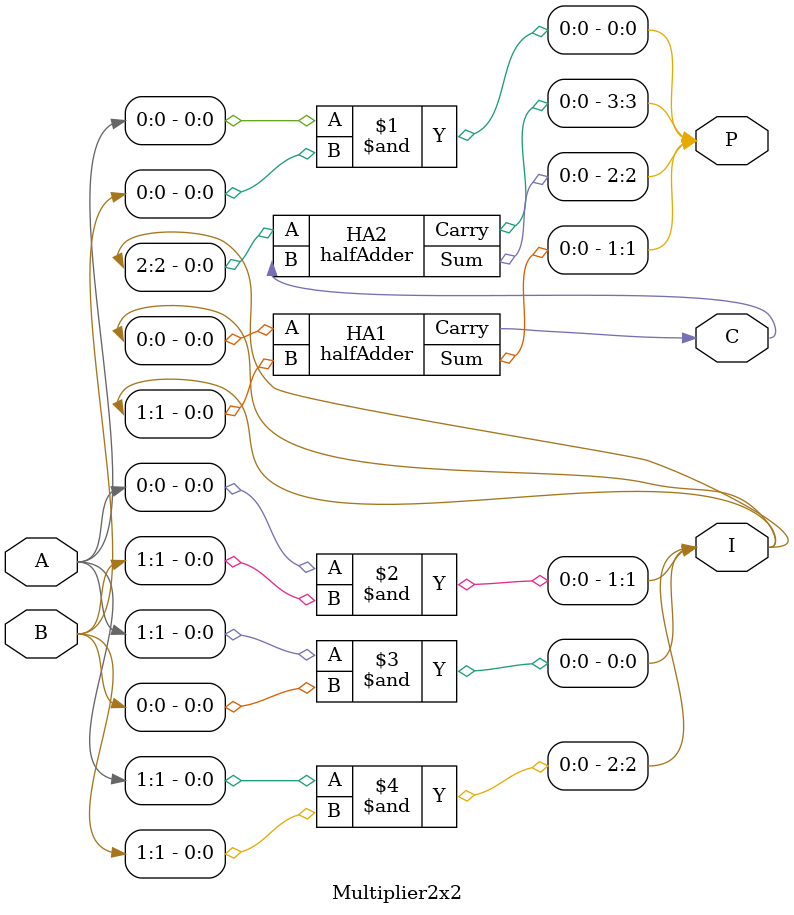
<source format=v>
module halfAdder(Sum,Carry,A,B);

input A,B;
output Sum, Carry;

xor(Sum,A,B);
and(Carry,A,B);

endmodule


module Multiplier2x2(P,C,A,B,I);

input [1:0] A;
input [1:0] B;
output [3:0] P;
output C;
output [2:0] I;

and(P[0],A[0],B[0]);

and(I[1],A[0],B[1]);
and(I[0],A[1],B[0]);
halfAdder HA1(P[1],C,I[0],I[1]);

and(I[2],A[1],B[1]);
halfAdder HA2(P[2],P[3],I[2],C);

endmodule


</source>
